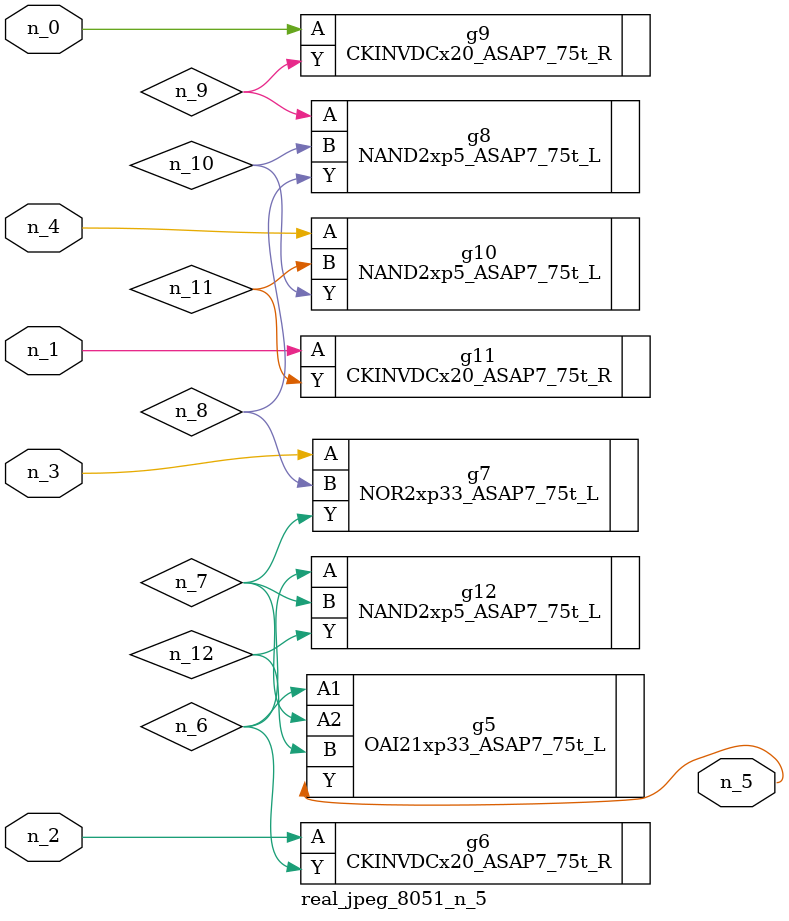
<source format=v>
module real_jpeg_8051_n_5 (n_4, n_0, n_1, n_2, n_3, n_5);

input n_4;
input n_0;
input n_1;
input n_2;
input n_3;

output n_5;

wire n_12;
wire n_8;
wire n_11;
wire n_6;
wire n_7;
wire n_10;
wire n_9;

CKINVDCx20_ASAP7_75t_R g9 ( 
.A(n_0),
.Y(n_9)
);

CKINVDCx20_ASAP7_75t_R g11 ( 
.A(n_1),
.Y(n_11)
);

CKINVDCx20_ASAP7_75t_R g6 ( 
.A(n_2),
.Y(n_6)
);

NOR2xp33_ASAP7_75t_L g7 ( 
.A(n_3),
.B(n_8),
.Y(n_7)
);

NAND2xp5_ASAP7_75t_L g10 ( 
.A(n_4),
.B(n_11),
.Y(n_10)
);

OAI21xp33_ASAP7_75t_L g5 ( 
.A1(n_6),
.A2(n_7),
.B(n_12),
.Y(n_5)
);

NAND2xp5_ASAP7_75t_L g12 ( 
.A(n_6),
.B(n_7),
.Y(n_12)
);

NAND2xp5_ASAP7_75t_L g8 ( 
.A(n_9),
.B(n_10),
.Y(n_8)
);


endmodule
</source>
